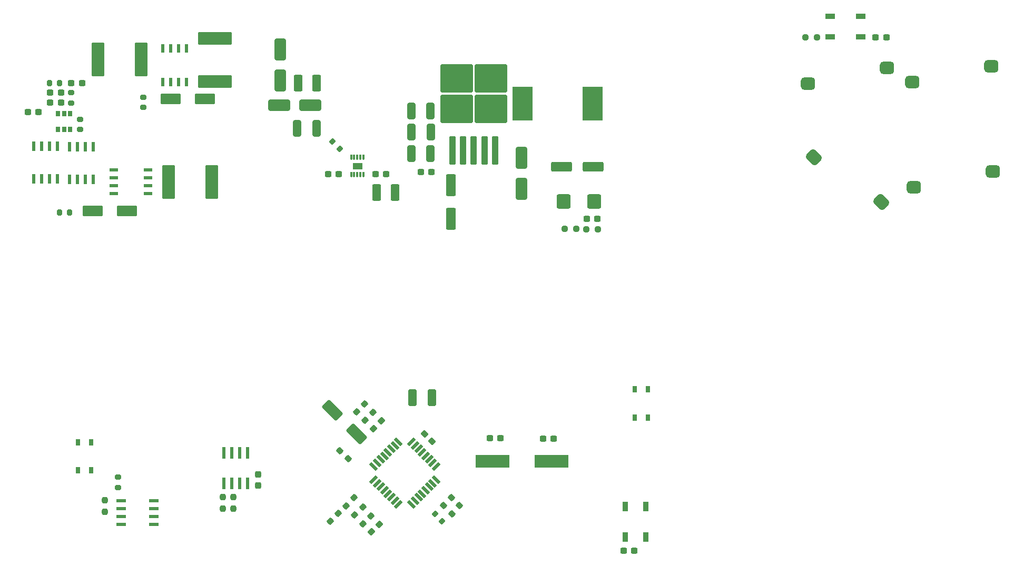
<source format=gtp>
G04 #@! TF.GenerationSoftware,KiCad,Pcbnew,7.0.10-7.0.10~ubuntu22.04.1*
G04 #@! TF.CreationDate,2025-04-10T19:03:43-06:00*
G04 #@! TF.ProjectId,OAC,4f41432e-6b69-4636-9164-5f7063625858,rev?*
G04 #@! TF.SameCoordinates,Original*
G04 #@! TF.FileFunction,Paste,Top*
G04 #@! TF.FilePolarity,Positive*
%FSLAX46Y46*%
G04 Gerber Fmt 4.6, Leading zero omitted, Abs format (unit mm)*
G04 Created by KiCad (PCBNEW 7.0.10-7.0.10~ubuntu22.04.1) date 2025-04-10 19:03:43*
%MOMM*%
%LPD*%
G01*
G04 APERTURE LIST*
G04 Aperture macros list*
%AMRoundRect*
0 Rectangle with rounded corners*
0 $1 Rounding radius*
0 $2 $3 $4 $5 $6 $7 $8 $9 X,Y pos of 4 corners*
0 Add a 4 corners polygon primitive as box body*
4,1,4,$2,$3,$4,$5,$6,$7,$8,$9,$2,$3,0*
0 Add four circle primitives for the rounded corners*
1,1,$1+$1,$2,$3*
1,1,$1+$1,$4,$5*
1,1,$1+$1,$6,$7*
1,1,$1+$1,$8,$9*
0 Add four rect primitives between the rounded corners*
20,1,$1+$1,$2,$3,$4,$5,0*
20,1,$1+$1,$4,$5,$6,$7,0*
20,1,$1+$1,$6,$7,$8,$9,0*
20,1,$1+$1,$8,$9,$2,$3,0*%
%AMRotRect*
0 Rectangle, with rotation*
0 The origin of the aperture is its center*
0 $1 length*
0 $2 width*
0 $3 Rotation angle, in degrees counterclockwise*
0 Add horizontal line*
21,1,$1,$2,0,0,$3*%
G04 Aperture macros list end*
%ADD10C,0.010000*%
%ADD11RoundRect,0.500000X0.643000X0.500000X-0.643000X0.500000X-0.643000X-0.500000X0.643000X-0.500000X0*%
%ADD12RotRect,1.500000X0.550000X45.000000*%
%ADD13RotRect,0.550000X1.500000X45.000000*%
%ADD14R,0.700000X0.900000*%
%ADD15RoundRect,0.250000X-1.400000X-0.600000X1.400000X-0.600000X1.400000X0.600000X-1.400000X0.600000X0*%
%ADD16RoundRect,0.500000X-0.643000X-0.500000X0.643000X-0.500000X0.643000X0.500000X-0.643000X0.500000X0*%
%ADD17RoundRect,0.250000X0.400000X1.075000X-0.400000X1.075000X-0.400000X-1.075000X0.400000X-1.075000X0*%
%ADD18RoundRect,0.237500X0.008839X0.344715X-0.344715X-0.008839X-0.008839X-0.344715X0.344715X0.008839X0*%
%ADD19RoundRect,0.250001X-0.799999X-2.474999X0.799999X-2.474999X0.799999X2.474999X-0.799999X2.474999X0*%
%ADD20RoundRect,0.237500X0.300000X0.237500X-0.300000X0.237500X-0.300000X-0.237500X0.300000X-0.237500X0*%
%ADD21RoundRect,0.039000X0.091000X-0.381000X0.091000X0.381000X-0.091000X0.381000X-0.091000X-0.381000X0*%
%ADD22RoundRect,0.237500X0.237500X-0.250000X0.237500X0.250000X-0.237500X0.250000X-0.237500X-0.250000X0*%
%ADD23RoundRect,0.237500X0.044194X0.380070X-0.380070X-0.044194X-0.044194X-0.380070X0.380070X0.044194X0*%
%ADD24RoundRect,0.200000X-0.275000X0.200000X-0.275000X-0.200000X0.275000X-0.200000X0.275000X0.200000X0*%
%ADD25RoundRect,0.073750X-0.221250X0.716250X-0.221250X-0.716250X0.221250X-0.716250X0.221250X0.716250X0*%
%ADD26RoundRect,0.250000X-1.500000X-0.650000X1.500000X-0.650000X1.500000X0.650000X-1.500000X0.650000X0*%
%ADD27RoundRect,0.250000X-0.400000X-1.075000X0.400000X-1.075000X0.400000X1.075000X-0.400000X1.075000X0*%
%ADD28RoundRect,0.200000X-0.335876X-0.053033X-0.053033X-0.335876X0.335876X0.053033X0.053033X0.335876X0*%
%ADD29R,1.500000X0.900000*%
%ADD30RoundRect,0.237500X0.250000X0.237500X-0.250000X0.237500X-0.250000X-0.237500X0.250000X-0.237500X0*%
%ADD31R,0.900000X1.500000*%
%ADD32R,0.558800X1.981200*%
%ADD33RoundRect,0.237500X-0.300000X-0.237500X0.300000X-0.237500X0.300000X0.237500X-0.300000X0.237500X0*%
%ADD34RoundRect,0.250000X0.650000X-1.500000X0.650000X1.500000X-0.650000X1.500000X-0.650000X-1.500000X0*%
%ADD35RoundRect,0.237500X-0.008839X-0.344715X0.344715X0.008839X0.008839X0.344715X-0.344715X-0.008839X0*%
%ADD36R,0.711200X0.990600*%
%ADD37RoundRect,0.250001X-0.462499X-1.074999X0.462499X-1.074999X0.462499X1.074999X-0.462499X1.074999X0*%
%ADD38RoundRect,0.237500X-0.250000X-0.237500X0.250000X-0.237500X0.250000X0.237500X-0.250000X0.237500X0*%
%ADD39RoundRect,0.250000X1.412500X0.550000X-1.412500X0.550000X-1.412500X-0.550000X1.412500X-0.550000X0*%
%ADD40RoundRect,0.250000X-0.650000X1.500000X-0.650000X-1.500000X0.650000X-1.500000X0.650000X1.500000X0*%
%ADD41RoundRect,0.250000X1.400000X0.600000X-1.400000X0.600000X-1.400000X-0.600000X1.400000X-0.600000X0*%
%ADD42RoundRect,0.250000X0.300000X-2.050000X0.300000X2.050000X-0.300000X2.050000X-0.300000X-2.050000X0*%
%ADD43RoundRect,0.250000X2.375000X-2.025000X2.375000X2.025000X-2.375000X2.025000X-2.375000X-2.025000X0*%
%ADD44RoundRect,0.237500X-0.344715X0.008839X0.008839X-0.344715X0.344715X-0.008839X-0.008839X0.344715X0*%
%ADD45RoundRect,0.237500X-0.044194X-0.380070X0.380070X0.044194X0.044194X0.380070X-0.380070X-0.044194X0*%
%ADD46RoundRect,0.250001X-2.474999X0.799999X-2.474999X-0.799999X2.474999X-0.799999X2.474999X0.799999X0*%
%ADD47RoundRect,0.237500X0.237500X-0.300000X0.237500X0.300000X-0.237500X0.300000X-0.237500X-0.300000X0*%
%ADD48R,0.558800X1.460500*%
%ADD49RoundRect,0.250000X-0.550000X1.500000X-0.550000X-1.500000X0.550000X-1.500000X0.550000X1.500000X0*%
%ADD50RoundRect,0.250001X0.799999X2.474999X-0.799999X2.474999X-0.799999X-2.474999X0.799999X-2.474999X0*%
%ADD51RoundRect,0.280000X0.840000X0.880000X-0.840000X0.880000X-0.840000X-0.880000X0.840000X-0.880000X0*%
%ADD52RoundRect,0.237500X-0.380070X0.044194X0.044194X-0.380070X0.380070X-0.044194X-0.044194X0.380070X0*%
%ADD53RoundRect,0.200000X0.200000X0.275000X-0.200000X0.275000X-0.200000X-0.275000X0.200000X-0.275000X0*%
%ADD54RoundRect,0.250000X1.414214X-0.565685X-0.565685X1.414214X-1.414214X0.565685X0.565685X-1.414214X0*%
%ADD55RoundRect,0.237500X-0.237500X0.250000X-0.237500X-0.250000X0.237500X-0.250000X0.237500X0.250000X0*%
%ADD56R,5.500000X2.000000*%
%ADD57RoundRect,0.073750X-0.716250X-0.221250X0.716250X-0.221250X0.716250X0.221250X-0.716250X0.221250X0*%
%ADD58R,3.250000X5.500000*%
%ADD59R,1.460500X0.558800*%
%ADD60RoundRect,0.200000X0.275000X-0.200000X0.275000X0.200000X-0.275000X0.200000X-0.275000X-0.200000X0*%
%ADD61RoundRect,0.200000X-0.200000X-0.275000X0.200000X-0.275000X0.200000X0.275000X-0.200000X0.275000X0*%
%ADD62RoundRect,0.237500X0.344715X-0.008839X-0.008839X0.344715X-0.344715X0.008839X0.008839X-0.344715X0*%
%ADD63RoundRect,0.500000X-0.808223X0.101116X0.101116X-0.808223X0.808223X-0.101116X-0.101116X0.808223X0*%
%ADD64RoundRect,0.250000X-0.412500X-1.100000X0.412500X-1.100000X0.412500X1.100000X-0.412500X1.100000X0*%
%ADD65RoundRect,0.200000X0.335876X0.053033X0.053033X0.335876X-0.335876X-0.053033X-0.053033X-0.335876X0*%
G04 APERTURE END LIST*
D10*
X169980905Y-123173075D02*
X168500000Y-123173075D01*
X168500000Y-122232500D01*
X169980905Y-122232500D01*
X169980905Y-123173075D01*
G36*
X169980905Y-123173075D02*
G01*
X168500000Y-123173075D01*
X168500000Y-122232500D01*
X169980905Y-122232500D01*
X169980905Y-123173075D01*
G37*
D11*
X258426500Y-109214407D03*
X271126500Y-106674407D03*
D12*
X171879542Y-173190660D03*
X172445227Y-173756346D03*
X173010913Y-174322031D03*
X173576598Y-174887716D03*
X174142284Y-175453402D03*
X174707969Y-176019087D03*
X175273654Y-176584773D03*
X175839340Y-177150458D03*
D13*
X177960660Y-177150458D03*
X178526346Y-176584773D03*
X179092031Y-176019087D03*
X179657716Y-175453402D03*
X180223402Y-174887716D03*
X180789087Y-174322031D03*
X181354773Y-173756346D03*
X181920458Y-173190660D03*
D12*
X181920458Y-171069340D03*
X181354773Y-170503654D03*
X180789087Y-169937969D03*
X180223402Y-169372284D03*
X179657716Y-168806598D03*
X179092031Y-168240913D03*
X178526346Y-167675227D03*
X177960660Y-167109542D03*
D13*
X175839340Y-167109542D03*
X175273654Y-167675227D03*
X174707969Y-168240913D03*
X174142284Y-168806598D03*
X173576598Y-169372284D03*
X173010913Y-169937969D03*
X172445227Y-170503654D03*
X171879542Y-171069340D03*
D14*
X121160000Y-116794998D03*
X122110000Y-116794998D03*
X123060000Y-116794998D03*
X123060000Y-114294998D03*
X122110000Y-114294998D03*
X121160000Y-114294998D03*
D15*
X139270000Y-111902500D03*
X144770000Y-111902500D03*
D16*
X254423500Y-106890594D03*
X241723500Y-109430594D03*
D17*
X181010000Y-120702500D03*
X177910000Y-120702500D03*
D18*
X168695235Y-176114765D03*
X167404765Y-177405235D03*
D19*
X138885000Y-125252500D03*
X145835000Y-125252500D03*
D20*
X192282500Y-166500000D03*
X190557500Y-166500000D03*
D21*
X168240000Y-124137500D03*
X168740000Y-124137500D03*
X169240000Y-124137500D03*
X169740000Y-124137500D03*
X170240000Y-124137500D03*
X170240000Y-121267500D03*
X169740000Y-121267500D03*
X169240000Y-121267500D03*
X168740000Y-121267500D03*
X168240000Y-121267500D03*
D22*
X149285001Y-177826300D03*
X149285001Y-176001300D03*
D20*
X254265000Y-101977500D03*
X252540000Y-101977500D03*
D23*
X173099880Y-163740120D03*
X171880120Y-164959880D03*
D24*
X134820000Y-111647500D03*
X134820000Y-113297500D03*
D25*
X126790000Y-124852500D03*
X125520000Y-124852500D03*
X124250000Y-124852500D03*
X122980000Y-124852500D03*
X122980000Y-119602500D03*
X126790000Y-119602500D03*
X125520000Y-119602500D03*
X124250000Y-119602500D03*
D26*
X156665000Y-112952500D03*
X161665000Y-112952500D03*
D20*
X166252500Y-124052500D03*
X164527500Y-124052500D03*
D27*
X159582500Y-116642500D03*
X162682500Y-116642500D03*
D28*
X165256637Y-118789137D03*
X166423363Y-119955863D03*
D29*
X250160000Y-101917500D03*
X250160000Y-98617500D03*
X245260000Y-98617500D03*
X245260000Y-101917500D03*
D30*
X207910000Y-132862500D03*
X206085000Y-132862500D03*
D31*
X212320000Y-182400000D03*
X215620000Y-182400000D03*
X215620000Y-177500000D03*
X212320000Y-177500000D03*
D24*
X130790000Y-172805000D03*
X130790000Y-174455000D03*
D32*
X151585000Y-168876200D03*
X150315000Y-168876200D03*
X149045000Y-168876200D03*
X147775000Y-168876200D03*
X147775000Y-173803800D03*
X149045000Y-173803800D03*
X150315000Y-173803800D03*
X151585000Y-173803800D03*
D33*
X172137500Y-124032500D03*
X173862500Y-124032500D03*
D34*
X156822500Y-108942500D03*
X156822500Y-103942500D03*
D18*
X166175235Y-178634765D03*
X164884765Y-179925235D03*
D35*
X170480049Y-163644661D03*
X171770519Y-162354191D03*
D36*
X213820002Y-163180002D03*
X213820002Y-158680000D03*
X215970000Y-163180002D03*
X215970000Y-158680000D03*
D37*
X172320000Y-127002500D03*
X175295000Y-127002500D03*
D38*
X202585000Y-132852500D03*
X204410000Y-132852500D03*
D16*
X271383500Y-123600594D03*
X258683500Y-126140594D03*
D20*
X213760000Y-184610000D03*
X212035000Y-184610000D03*
D39*
X207157500Y-122862500D03*
X202082500Y-122862500D03*
D25*
X121035000Y-124799998D03*
X119765000Y-124799998D03*
X118495000Y-124799998D03*
X117225000Y-124799998D03*
X117225000Y-119549998D03*
X121035000Y-119549998D03*
X119765000Y-119549998D03*
X118495000Y-119549998D03*
D40*
X195660000Y-121402500D03*
X195660000Y-126402500D03*
D33*
X123267500Y-109332500D03*
X124992500Y-109332500D03*
X119885000Y-112494998D03*
X121610000Y-112494998D03*
D41*
X132197500Y-129922500D03*
X126697500Y-129922500D03*
D42*
X184565000Y-120217500D03*
X186265000Y-120217500D03*
X187965000Y-120217500D03*
D43*
X185190000Y-113492500D03*
X190740000Y-113492500D03*
X185190000Y-108642500D03*
X190740000Y-108642500D03*
D42*
X189665000Y-120217500D03*
X191365000Y-120217500D03*
D44*
X166444765Y-168534765D03*
X167735235Y-169825235D03*
D35*
X168824765Y-178885235D03*
X170115235Y-177594765D03*
D20*
X121602500Y-110884998D03*
X119877500Y-110884998D03*
D36*
X124320002Y-171690002D03*
X124320002Y-167190000D03*
X126470000Y-171690002D03*
X126470000Y-167190000D03*
D45*
X171510120Y-181599880D03*
X172729880Y-180380120D03*
D33*
X199070000Y-166610000D03*
X200795000Y-166610000D03*
D46*
X146350000Y-102152500D03*
X146350000Y-109102500D03*
D38*
X241277500Y-101987500D03*
X243102500Y-101987500D03*
D47*
X153315000Y-174123800D03*
X153315000Y-172398800D03*
D20*
X207852500Y-131242000D03*
X206127500Y-131242000D03*
D48*
X138005000Y-103768350D03*
X139275000Y-103768350D03*
X140545000Y-103768350D03*
X141815000Y-103768350D03*
X141815000Y-109216650D03*
X138005000Y-109216650D03*
X139275000Y-109216650D03*
X140545000Y-109216650D03*
D17*
X181020000Y-113852500D03*
X177920000Y-113852500D03*
D49*
X184310000Y-125802500D03*
X184310000Y-131202500D03*
D50*
X134535000Y-105552500D03*
X127585000Y-105552500D03*
D51*
X207297500Y-128448000D03*
X202427500Y-128448000D03*
D52*
X180010120Y-165810120D03*
X181229880Y-167029880D03*
D53*
X123015000Y-130202500D03*
X121365000Y-130202500D03*
D54*
X169152457Y-165877351D03*
X165263369Y-161988263D03*
D55*
X128680000Y-176547500D03*
X128680000Y-178372500D03*
D37*
X159755000Y-109362500D03*
X162730000Y-109362500D03*
D56*
X190980000Y-170210000D03*
X200480000Y-170210000D03*
D57*
X136540850Y-176550000D03*
X136540850Y-177820000D03*
X136540850Y-179090000D03*
X136540850Y-180360000D03*
X131290850Y-180360000D03*
X131290850Y-176550000D03*
X131290850Y-177820000D03*
X131290850Y-179090000D03*
D58*
X195840000Y-112697500D03*
X207090000Y-112697500D03*
D18*
X171455235Y-179004765D03*
X170164765Y-180295235D03*
D59*
X135584150Y-123377500D03*
X135584150Y-124647500D03*
X135584150Y-125917500D03*
X135584150Y-127187500D03*
X130135850Y-127187500D03*
X130135850Y-123377500D03*
X130135850Y-124647500D03*
X130135850Y-125917500D03*
D60*
X123240000Y-112547500D03*
X123240000Y-110897500D03*
X124680000Y-116847500D03*
X124680000Y-115197500D03*
D17*
X181040000Y-117262500D03*
X177940000Y-117262500D03*
D18*
X170427016Y-160982404D03*
X169136546Y-162272874D03*
D44*
X183124765Y-177374765D03*
X184415235Y-178665235D03*
D33*
X116267500Y-114052500D03*
X117992500Y-114052500D03*
D22*
X147635000Y-177826300D03*
X147635000Y-176001300D03*
D61*
X119735000Y-109392500D03*
X121385000Y-109392500D03*
D62*
X185680000Y-177390000D03*
X184389530Y-176099530D03*
D63*
X253435094Y-128519603D03*
X242658786Y-121335398D03*
D64*
X178087500Y-160030000D03*
X181212500Y-160030000D03*
D20*
X181190000Y-123712500D03*
X179465000Y-123712500D03*
D65*
X182883363Y-179853363D03*
X181716637Y-178686637D03*
M02*

</source>
